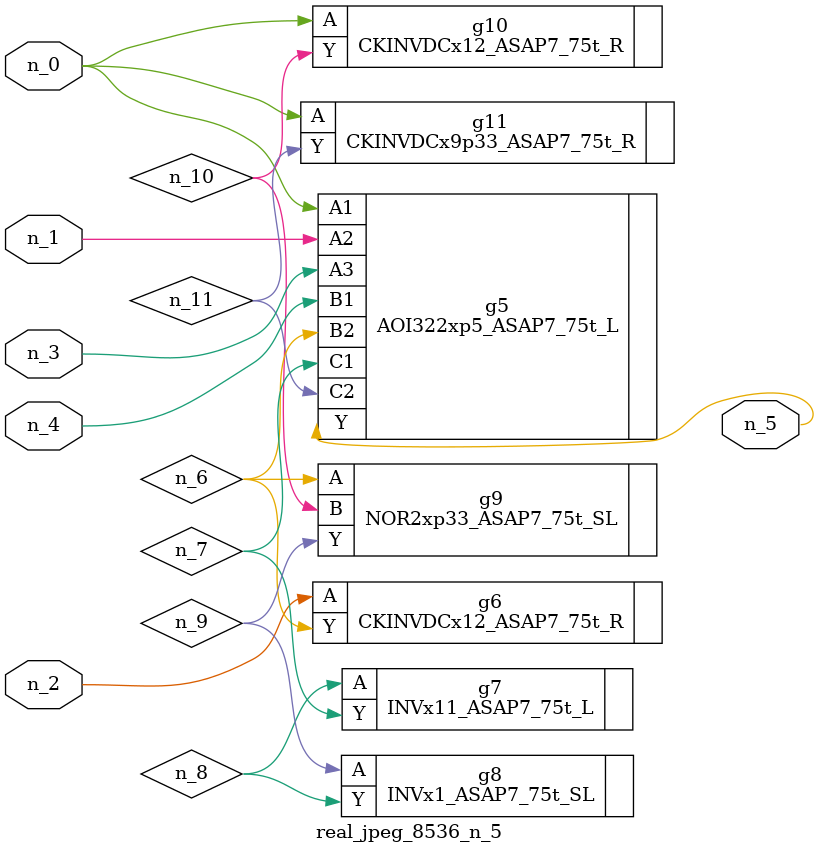
<source format=v>
module real_jpeg_8536_n_5 (n_4, n_0, n_1, n_2, n_3, n_5);

input n_4;
input n_0;
input n_1;
input n_2;
input n_3;

output n_5;

wire n_8;
wire n_11;
wire n_6;
wire n_7;
wire n_10;
wire n_9;

AOI322xp5_ASAP7_75t_L g5 ( 
.A1(n_0),
.A2(n_1),
.A3(n_3),
.B1(n_4),
.B2(n_6),
.C1(n_7),
.C2(n_11),
.Y(n_5)
);

CKINVDCx12_ASAP7_75t_R g10 ( 
.A(n_0),
.Y(n_10)
);

CKINVDCx9p33_ASAP7_75t_R g11 ( 
.A(n_0),
.Y(n_11)
);

CKINVDCx12_ASAP7_75t_R g6 ( 
.A(n_2),
.Y(n_6)
);

NOR2xp33_ASAP7_75t_SL g9 ( 
.A(n_6),
.B(n_10),
.Y(n_9)
);

INVx11_ASAP7_75t_L g7 ( 
.A(n_8),
.Y(n_7)
);

INVx1_ASAP7_75t_SL g8 ( 
.A(n_9),
.Y(n_8)
);


endmodule
</source>
